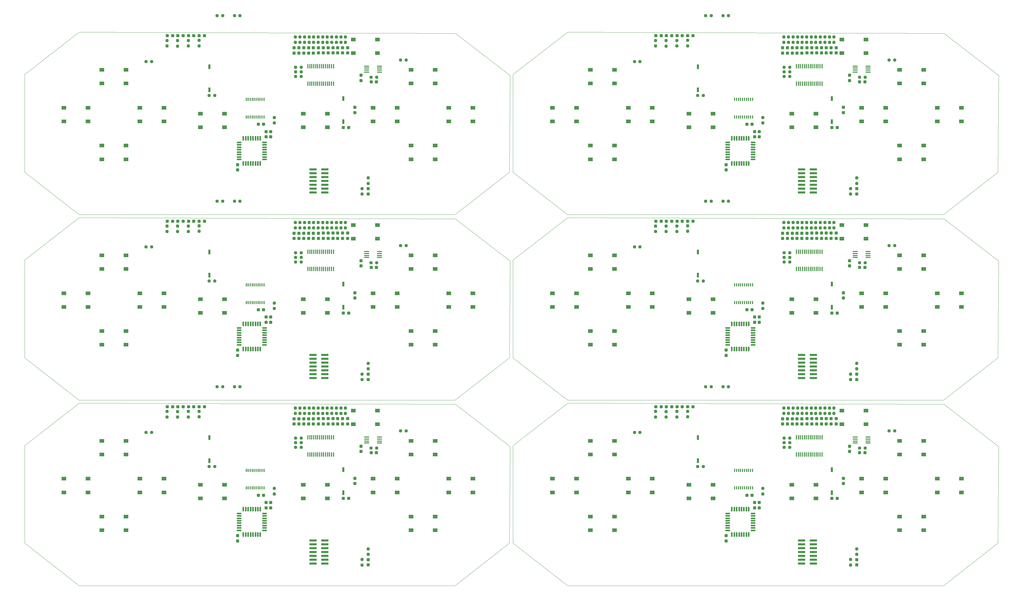
<source format=gbr>
%TF.GenerationSoftware,KiCad,Pcbnew,7.0.6-7.0.6~ubuntu20.04.1*%
%TF.CreationDate,2023-07-11T09:09:46+02:00*%
%TF.ProjectId,output_panel2023-07-11_070926.4017960000,6f757470-7574-45f7-9061-6e656c323032,rev?*%
%TF.SameCoordinates,Original*%
%TF.FileFunction,Paste,Top*%
%TF.FilePolarity,Positive*%
%FSLAX45Y45*%
G04 Gerber Fmt 4.5, Leading zero omitted, Abs format (unit mm)*
G04 Created by KiCad (PCBNEW 7.0.6-7.0.6~ubuntu20.04.1) date 2023-07-11 09:09:46*
%MOMM*%
%LPD*%
G01*
G04 APERTURE LIST*
G04 Aperture macros list*
%AMRoundRect*
0 Rectangle with rounded corners*
0 $1 Rounding radius*
0 $2 $3 $4 $5 $6 $7 $8 $9 X,Y pos of 4 corners*
0 Add a 4 corners polygon primitive as box body*
4,1,4,$2,$3,$4,$5,$6,$7,$8,$9,$2,$3,0*
0 Add four circle primitives for the rounded corners*
1,1,$1+$1,$2,$3*
1,1,$1+$1,$4,$5*
1,1,$1+$1,$6,$7*
1,1,$1+$1,$8,$9*
0 Add four rect primitives between the rounded corners*
20,1,$1+$1,$2,$3,$4,$5,0*
20,1,$1+$1,$4,$5,$6,$7,0*
20,1,$1+$1,$6,$7,$8,$9,0*
20,1,$1+$1,$8,$9,$2,$3,0*%
G04 Aperture macros list end*
%TA.AperFunction,Profile*%
%ADD10C,0.100000*%
%TD*%
%ADD11R,0.400000X1.000000*%
%ADD12RoundRect,0.237500X0.237500X-0.250000X0.237500X0.250000X-0.237500X0.250000X-0.237500X-0.250000X0*%
%ADD13RoundRect,0.237500X0.237500X-0.300000X0.237500X0.300000X-0.237500X0.300000X-0.237500X-0.300000X0*%
%ADD14R,1.550000X1.300000*%
%ADD15RoundRect,0.237500X-0.250000X-0.237500X0.250000X-0.237500X0.250000X0.237500X-0.250000X0.237500X0*%
%ADD16RoundRect,0.237500X0.250000X0.237500X-0.250000X0.237500X-0.250000X-0.237500X0.250000X-0.237500X0*%
%ADD17R,0.760000X1.600000*%
%ADD18RoundRect,0.237500X-0.237500X0.287500X-0.237500X-0.287500X0.237500X-0.287500X0.237500X0.287500X0*%
%ADD19RoundRect,0.237500X-0.287500X-0.237500X0.287500X-0.237500X0.287500X0.237500X-0.287500X0.237500X0*%
%ADD20RoundRect,0.237500X-0.237500X0.300000X-0.237500X-0.300000X0.237500X-0.300000X0.237500X0.300000X0*%
%ADD21RoundRect,0.237500X-0.237500X0.250000X-0.237500X-0.250000X0.237500X-0.250000X0.237500X0.250000X0*%
%ADD22RoundRect,0.100000X0.100000X-0.637500X0.100000X0.637500X-0.100000X0.637500X-0.100000X-0.637500X0*%
%ADD23RoundRect,0.237500X0.300000X0.237500X-0.300000X0.237500X-0.300000X-0.237500X0.300000X-0.237500X0*%
%ADD24RoundRect,0.237500X-0.300000X-0.237500X0.300000X-0.237500X0.300000X0.237500X-0.300000X0.237500X0*%
%ADD25RoundRect,0.125000X0.125000X-0.625000X0.125000X0.625000X-0.125000X0.625000X-0.125000X-0.625000X0*%
%ADD26RoundRect,0.125000X0.625000X-0.125000X0.625000X0.125000X-0.625000X0.125000X-0.625000X-0.125000X0*%
%ADD27RoundRect,0.100000X-0.712500X-0.100000X0.712500X-0.100000X0.712500X0.100000X-0.712500X0.100000X0*%
%ADD28R,2.400000X0.740000*%
G04 APERTURE END LIST*
D10*
X30389999Y-6209999D02*
X32189999Y-7599999D01*
X1850000Y-12289999D02*
X14270000Y-12329999D01*
X16050000Y-4670000D02*
X14250000Y-6070000D01*
X14250000Y-12189999D02*
X1850000Y-12189999D01*
X17969999Y-6169999D02*
X30389999Y-6209999D01*
X32189999Y-7599999D02*
X32169999Y-10789999D01*
X16169999Y-1450000D02*
X17969999Y-50000D01*
X17969999Y-18309999D02*
X16169999Y-16909999D01*
X1850000Y-12189999D02*
X50000Y-10789999D01*
X50000Y-16909999D02*
X50000Y-13689999D01*
X14270000Y-6209999D02*
X16070000Y-7599999D01*
X1850000Y-50000D02*
X14270000Y-90000D01*
X32189999Y-13719999D02*
X32169999Y-16909999D01*
X32169999Y-10789999D02*
X30369999Y-12189999D01*
X50000Y-1450000D02*
X1850000Y-50000D01*
X32169999Y-16909999D02*
X30369999Y-18309999D01*
X16169999Y-10789999D02*
X16169999Y-7569999D01*
X16070000Y-7599999D02*
X16050000Y-10789999D01*
X32169999Y-4670000D02*
X30369999Y-6070000D01*
X17969999Y-12289999D02*
X30389999Y-12329999D01*
X50000Y-7569999D02*
X1850000Y-6169999D01*
X16070000Y-13719999D02*
X16050000Y-16909999D01*
X30369999Y-18309999D02*
X17969999Y-18309999D01*
X14270000Y-90000D02*
X16070000Y-1480000D01*
X50000Y-10789999D02*
X50000Y-7569999D01*
X30369999Y-12189999D02*
X17969999Y-12189999D01*
X17969999Y-6070000D02*
X16169999Y-4670000D01*
X16050000Y-16909999D02*
X14250000Y-18309999D01*
X50000Y-4670000D02*
X50000Y-1450000D01*
X30389999Y-12329999D02*
X32189999Y-13719999D01*
X1850000Y-6169999D02*
X14270000Y-6209999D01*
X16050000Y-10789999D02*
X14250000Y-12189999D01*
X50000Y-13689999D02*
X1850000Y-12289999D01*
X14270000Y-12329999D02*
X16070000Y-13719999D01*
X30369999Y-6070000D02*
X17969999Y-6070000D01*
X1850000Y-6070000D02*
X50000Y-4670000D01*
X30389999Y-90000D02*
X32189999Y-1480000D01*
X32189999Y-1480000D02*
X32169999Y-4670000D01*
X1850000Y-18309999D02*
X50000Y-16909999D01*
X16169999Y-16909999D02*
X16169999Y-13689999D01*
X14250000Y-18309999D02*
X1850000Y-18309999D01*
X16169999Y-7569999D02*
X17969999Y-6169999D01*
X17969999Y-12189999D02*
X16169999Y-10789999D01*
X17969999Y-50000D02*
X30389999Y-90000D01*
X16169999Y-13689999D02*
X17969999Y-12289999D01*
X16070000Y-1480000D02*
X16050000Y-4670000D01*
X16169999Y-4670000D02*
X16169999Y-1450000D01*
X14250000Y-6070000D02*
X1850000Y-6070000D01*
D11*
X23484999Y-15089999D03*
X23549999Y-15089999D03*
X23614999Y-15089999D03*
X23679999Y-15089999D03*
X23744999Y-15089999D03*
X23809999Y-15089999D03*
X23874999Y-15089999D03*
X23939999Y-15089999D03*
X24004999Y-15089999D03*
X24069999Y-15089999D03*
X24069999Y-14509999D03*
X24004999Y-14509999D03*
X23939999Y-14509999D03*
X23874999Y-14509999D03*
X23809999Y-14509999D03*
X23744999Y-14509999D03*
X23679999Y-14509999D03*
X23614999Y-14509999D03*
X23549999Y-14509999D03*
X23484999Y-14509999D03*
D12*
X10040000Y-12632499D03*
X10040000Y-12449999D03*
D13*
X23200199Y-16835649D03*
X23200199Y-16663149D03*
D14*
X14052500Y-14784999D03*
X14847500Y-14784999D03*
X14052500Y-15234999D03*
X14847500Y-15234999D03*
D15*
X20178749Y-7139999D03*
X20361249Y-7139999D03*
D16*
X9178050Y-1359800D03*
X8995550Y-1359800D03*
D17*
X26686999Y-15247999D03*
X26686999Y-14485999D03*
D15*
X27604749Y-1537600D03*
X27787249Y-1537600D03*
X11484750Y-1537600D03*
X11667250Y-1537600D03*
D18*
X9262500Y-565000D03*
X9262500Y-740000D03*
D12*
X25259999Y-12632499D03*
X25259999Y-12449999D03*
D14*
X28922499Y-3795000D03*
X29717499Y-3795000D03*
X28922499Y-4245000D03*
X29717499Y-4245000D03*
D12*
X9290000Y-6512499D03*
X9290000Y-6329999D03*
D18*
X9422500Y-12804999D03*
X9422500Y-12979999D03*
D19*
X5112500Y-170000D03*
X5287500Y-170000D03*
D14*
X18722499Y-9914999D03*
X19517499Y-9914999D03*
X18722499Y-10364999D03*
X19517499Y-10364999D03*
D20*
X24139999Y-3330950D03*
X24139999Y-3503450D03*
D15*
X6407500Y-11749999D03*
X6590000Y-11749999D03*
D14*
X17472499Y-2545000D03*
X18267499Y-2545000D03*
X17472499Y-2995000D03*
X18267499Y-2995000D03*
D18*
X10547500Y-12802499D03*
X10547500Y-12977499D03*
D15*
X22263749Y-8259999D03*
X22446249Y-8259999D03*
D21*
X4752500Y-12566249D03*
X4752500Y-12748749D03*
D17*
X22269999Y-1951000D03*
X22269999Y-1189000D03*
D12*
X26309999Y-6512499D03*
X26309999Y-6329999D03*
D18*
X10710000Y-12802499D03*
X10710000Y-12977499D03*
D19*
X4762500Y-6289999D03*
X4937500Y-6289999D03*
D12*
X9740000Y-6512499D03*
X9740000Y-6329999D03*
D18*
X25864999Y-563750D03*
X25864999Y-738750D03*
D19*
X21232499Y-170000D03*
X21407499Y-170000D03*
D14*
X5852500Y-14984999D03*
X6647500Y-14984999D03*
X5852500Y-15434999D03*
X6647500Y-15434999D03*
D19*
X21232499Y-6289999D03*
X21407499Y-6289999D03*
D14*
X10902500Y-295000D03*
X11697500Y-295000D03*
X10902500Y-745000D03*
X11697500Y-745000D03*
D15*
X25115549Y-13752199D03*
X25298049Y-13752199D03*
D21*
X11390000Y-10978749D03*
X11390000Y-11161249D03*
D18*
X9745000Y-12803749D03*
X9745000Y-12978749D03*
D14*
X2602500Y-1295000D03*
X3397500Y-1295000D03*
X2602500Y-1745000D03*
X3397500Y-1745000D03*
D12*
X25709999Y-392500D03*
X25709999Y-210000D03*
X9890000Y-6512499D03*
X9890000Y-6329999D03*
X10190000Y-6512499D03*
X10190000Y-6329999D03*
X9590000Y-392500D03*
X9590000Y-210000D03*
X10490000Y-6512499D03*
X10490000Y-6329999D03*
D20*
X24292399Y-9450949D03*
X24292399Y-9623449D03*
D15*
X11484750Y-7657599D03*
X11667250Y-7657599D03*
D22*
X9400900Y-13987649D03*
X9465900Y-13987649D03*
X9530900Y-13987649D03*
X9595900Y-13987649D03*
X9660900Y-13987649D03*
X9725900Y-13987649D03*
X9790900Y-13987649D03*
X9855900Y-13987649D03*
X9920900Y-13987649D03*
X9985900Y-13987649D03*
X10050900Y-13987649D03*
X10115900Y-13987649D03*
X10180900Y-13987649D03*
X10245900Y-13987649D03*
X10245900Y-13415149D03*
X10180900Y-13415149D03*
X10115900Y-13415149D03*
X10050900Y-13415149D03*
X9985900Y-13415149D03*
X9920900Y-13415149D03*
X9855900Y-13415149D03*
X9790900Y-13415149D03*
X9725900Y-13415149D03*
X9660900Y-13415149D03*
X9595900Y-13415149D03*
X9530900Y-13415149D03*
X9465900Y-13415149D03*
X9400900Y-13415149D03*
D18*
X10227500Y-562500D03*
X10227500Y-737500D03*
D20*
X11390000Y-5217500D03*
X11390000Y-5390000D03*
D12*
X9740000Y-392500D03*
X9740000Y-210000D03*
D20*
X10949500Y-14771999D03*
X10949500Y-14944499D03*
D15*
X6143750Y-2140000D03*
X6326250Y-2140000D03*
D14*
X30172499Y-8664999D03*
X30967499Y-8664999D03*
X30172499Y-9114999D03*
X30967499Y-9114999D03*
D19*
X5462500Y-6289999D03*
X5637500Y-6289999D03*
D21*
X21222499Y-328750D03*
X21222499Y-511250D03*
D20*
X24292399Y-15570949D03*
X24292399Y-15743449D03*
D12*
X9590000Y-12632499D03*
X9590000Y-12449999D03*
D23*
X24056249Y-3090000D03*
X23883749Y-3090000D03*
D20*
X8020000Y-3330950D03*
X8020000Y-3503450D03*
D21*
X5102500Y-328750D03*
X5102500Y-511250D03*
D14*
X5852500Y-2745000D03*
X6647500Y-2745000D03*
X5852500Y-3195000D03*
X6647500Y-3195000D03*
D20*
X8020000Y-9450949D03*
X8020000Y-9623449D03*
D18*
X9582500Y-565000D03*
X9582500Y-740000D03*
X9102500Y-565000D03*
X9102500Y-740000D03*
D14*
X11552500Y-8664999D03*
X12347500Y-8664999D03*
X11552500Y-9114999D03*
X12347500Y-9114999D03*
D18*
X25542499Y-6684999D03*
X25542499Y-6859999D03*
D12*
X25259999Y-392500D03*
X25259999Y-210000D03*
D18*
X25222499Y-565000D03*
X25222499Y-740000D03*
D17*
X6150000Y-14190999D03*
X6150000Y-13428999D03*
D14*
X2602500Y-7414999D03*
X3397500Y-7414999D03*
X2602500Y-7864999D03*
X3397500Y-7864999D03*
D15*
X25115549Y-1512200D03*
X25298049Y-1512200D03*
D18*
X26667499Y-12802499D03*
X26667499Y-12977499D03*
D12*
X26609999Y-392500D03*
X26609999Y-210000D03*
D21*
X21574999Y-12566249D03*
X21574999Y-12748749D03*
D18*
X25062499Y-565000D03*
X25062499Y-740000D03*
D15*
X20178749Y-1020000D03*
X20361249Y-1020000D03*
D18*
X10547500Y-6682499D03*
X10547500Y-6857499D03*
D12*
X26759999Y-12632499D03*
X26759999Y-12449999D03*
D18*
X9422500Y-6684999D03*
X9422500Y-6859999D03*
D14*
X19972499Y-8664999D03*
X20767499Y-8664999D03*
X19972499Y-9114999D03*
X20767499Y-9114999D03*
D21*
X11190000Y-11332499D03*
X11190000Y-11514999D03*
D20*
X27509999Y-17457499D03*
X27509999Y-17629999D03*
D18*
X25382499Y-565000D03*
X25382499Y-740000D03*
D22*
X9400900Y-7867649D03*
X9465900Y-7867649D03*
X9530900Y-7867649D03*
X9595900Y-7867649D03*
X9660900Y-7867649D03*
X9725900Y-7867649D03*
X9790900Y-7867649D03*
X9855900Y-7867649D03*
X9920900Y-7867649D03*
X9985900Y-7867649D03*
X10050900Y-7867649D03*
X10115900Y-7867649D03*
X10180900Y-7867649D03*
X10245900Y-7867649D03*
X10245900Y-7295149D03*
X10180900Y-7295149D03*
X10115900Y-7295149D03*
X10050900Y-7295149D03*
X9985900Y-7295149D03*
X9920900Y-7295149D03*
X9855900Y-7295149D03*
X9790900Y-7295149D03*
X9725900Y-7295149D03*
X9660900Y-7295149D03*
X9595900Y-7295149D03*
X9530900Y-7295149D03*
X9465900Y-7295149D03*
X9400900Y-7295149D03*
D19*
X27608499Y-13929999D03*
X27783499Y-13929999D03*
D15*
X6978750Y-11749999D03*
X7161250Y-11749999D03*
D18*
X26829999Y-12802499D03*
X26829999Y-12977499D03*
D21*
X5810000Y-6441249D03*
X5810000Y-6623749D03*
D24*
X10573250Y-15436999D03*
X10745750Y-15436999D03*
D12*
X25259999Y-6512499D03*
X25259999Y-6329999D03*
X26159999Y-392500D03*
X26159999Y-210000D03*
D18*
X10387500Y-6682499D03*
X10387500Y-6857499D03*
D11*
X23484999Y-8969999D03*
X23549999Y-8969999D03*
X23614999Y-8969999D03*
X23679999Y-8969999D03*
X23744999Y-8969999D03*
X23809999Y-8969999D03*
X23874999Y-8969999D03*
X23939999Y-8969999D03*
X24004999Y-8969999D03*
X24069999Y-8969999D03*
X24069999Y-8389999D03*
X24004999Y-8389999D03*
X23939999Y-8389999D03*
X23874999Y-8389999D03*
X23809999Y-8389999D03*
X23744999Y-8389999D03*
X23679999Y-8389999D03*
X23614999Y-8389999D03*
X23549999Y-8389999D03*
X23484999Y-8389999D03*
D12*
X25859999Y-12632499D03*
X25859999Y-12449999D03*
D18*
X8942500Y-12804999D03*
X8942500Y-12979999D03*
D21*
X5455000Y-6446249D03*
X5455000Y-6628749D03*
D17*
X10567000Y-9127999D03*
X10567000Y-8365999D03*
D25*
X7270000Y-16627499D03*
X7350000Y-16627499D03*
X7430000Y-16627499D03*
X7510000Y-16627499D03*
X7590000Y-16627499D03*
X7670000Y-16627499D03*
X7750000Y-16627499D03*
X7830000Y-16627499D03*
D26*
X7967500Y-16489999D03*
X7967500Y-16409999D03*
X7967500Y-16329999D03*
X7967500Y-16249999D03*
X7967500Y-16169999D03*
X7967500Y-16089999D03*
X7967500Y-16009999D03*
X7967500Y-15929999D03*
D25*
X7830000Y-15792499D03*
X7750000Y-15792499D03*
X7670000Y-15792499D03*
X7590000Y-15792499D03*
X7510000Y-15792499D03*
X7430000Y-15792499D03*
X7350000Y-15792499D03*
X7270000Y-15792499D03*
D26*
X7132500Y-15929999D03*
X7132500Y-16009999D03*
X7132500Y-16089999D03*
X7132500Y-16169999D03*
X7132500Y-16249999D03*
X7132500Y-16329999D03*
X7132500Y-16409999D03*
X7132500Y-16489999D03*
D12*
X9890000Y-12632499D03*
X9890000Y-12449999D03*
D21*
X27309999Y-17452499D03*
X27309999Y-17634999D03*
D20*
X27274999Y-1473750D03*
X27274999Y-1646250D03*
D18*
X9262500Y-12804999D03*
X9262500Y-12979999D03*
D12*
X25409999Y-392500D03*
X25409999Y-210000D03*
X26009999Y-392500D03*
X26009999Y-210000D03*
D18*
X26347499Y-12802499D03*
X26347499Y-12977499D03*
D23*
X7936250Y-9209999D03*
X7763750Y-9209999D03*
D14*
X27022499Y-6414999D03*
X27817499Y-6414999D03*
X27022499Y-6864999D03*
X27817499Y-6864999D03*
X27672499Y-14784999D03*
X28467499Y-14784999D03*
X27672499Y-15234999D03*
X28467499Y-15234999D03*
D15*
X6143750Y-14379999D03*
X6326250Y-14379999D03*
D12*
X26459999Y-392500D03*
X26459999Y-210000D03*
X10040000Y-6512499D03*
X10040000Y-6329999D03*
D22*
X25520899Y-7867649D03*
X25585899Y-7867649D03*
X25650899Y-7867649D03*
X25715899Y-7867649D03*
X25780899Y-7867649D03*
X25845899Y-7867649D03*
X25910899Y-7867649D03*
X25975899Y-7867649D03*
X26040899Y-7867649D03*
X26105899Y-7867649D03*
X26170899Y-7867649D03*
X26235899Y-7867649D03*
X26300899Y-7867649D03*
X26365899Y-7867649D03*
X26365899Y-7295149D03*
X26300899Y-7295149D03*
X26235899Y-7295149D03*
X26170899Y-7295149D03*
X26105899Y-7295149D03*
X26040899Y-7295149D03*
X25975899Y-7295149D03*
X25910899Y-7295149D03*
X25845899Y-7295149D03*
X25780899Y-7295149D03*
X25715899Y-7295149D03*
X25650899Y-7295149D03*
X25585899Y-7295149D03*
X25520899Y-7295149D03*
D18*
X25222499Y-12804999D03*
X25222499Y-12979999D03*
D24*
X10573250Y-3197000D03*
X10745750Y-3197000D03*
D14*
X3852500Y-14784999D03*
X4647500Y-14784999D03*
X3852500Y-15234999D03*
X4647500Y-15234999D03*
D18*
X25864999Y-12803749D03*
X25864999Y-12978749D03*
D12*
X25109999Y-12632499D03*
X25109999Y-12449999D03*
D13*
X7080200Y-10715649D03*
X7080200Y-10543149D03*
D19*
X21932499Y-170000D03*
X22107499Y-170000D03*
D25*
X23389999Y-4387500D03*
X23469999Y-4387500D03*
X23549999Y-4387500D03*
X23629999Y-4387500D03*
X23709999Y-4387500D03*
X23789999Y-4387500D03*
X23869999Y-4387500D03*
X23949999Y-4387500D03*
D26*
X24087499Y-4250000D03*
X24087499Y-4170000D03*
X24087499Y-4090000D03*
X24087499Y-4010000D03*
X24087499Y-3930000D03*
X24087499Y-3850000D03*
X24087499Y-3770000D03*
X24087499Y-3690000D03*
D25*
X23949999Y-3552500D03*
X23869999Y-3552500D03*
X23789999Y-3552500D03*
X23709999Y-3552500D03*
X23629999Y-3552500D03*
X23549999Y-3552500D03*
X23469999Y-3552500D03*
X23389999Y-3552500D03*
D26*
X23252499Y-3690000D03*
X23252499Y-3770000D03*
X23252499Y-3850000D03*
X23252499Y-3930000D03*
X23252499Y-4010000D03*
X23252499Y-4090000D03*
X23252499Y-4170000D03*
X23252499Y-4250000D03*
D11*
X7365000Y-2850000D03*
X7430000Y-2850000D03*
X7495000Y-2850000D03*
X7560000Y-2850000D03*
X7625000Y-2850000D03*
X7690000Y-2850000D03*
X7755000Y-2850000D03*
X7820000Y-2850000D03*
X7885000Y-2850000D03*
X7950000Y-2850000D03*
X7950000Y-2270000D03*
X7885000Y-2270000D03*
X7820000Y-2270000D03*
X7755000Y-2270000D03*
X7690000Y-2270000D03*
X7625000Y-2270000D03*
X7560000Y-2270000D03*
X7495000Y-2270000D03*
X7430000Y-2270000D03*
X7365000Y-2270000D03*
D12*
X25559999Y-392500D03*
X25559999Y-210000D03*
D18*
X25062499Y-6684999D03*
X25062499Y-6859999D03*
D12*
X24409999Y-15289999D03*
X24409999Y-15107499D03*
D18*
X25702499Y-12804999D03*
X25702499Y-12979999D03*
D16*
X25298049Y-13447399D03*
X25115549Y-13447399D03*
D21*
X21222499Y-12568749D03*
X21222499Y-12751249D03*
D20*
X27509999Y-5217500D03*
X27509999Y-5390000D03*
D19*
X11488500Y-13929999D03*
X11663500Y-13929999D03*
D21*
X20872499Y-12566249D03*
X20872499Y-12748749D03*
D20*
X11390000Y-17457499D03*
X11390000Y-17629999D03*
D14*
X27022499Y-12534999D03*
X27817499Y-12534999D03*
X27022499Y-12984999D03*
X27817499Y-12984999D03*
D18*
X9422500Y-565000D03*
X9422500Y-740000D03*
D20*
X24139999Y-9450949D03*
X24139999Y-9623449D03*
D12*
X9890000Y-392500D03*
X9890000Y-210000D03*
X25859999Y-6512499D03*
X25859999Y-6329999D03*
D14*
X2602500Y-16034999D03*
X3397500Y-16034999D03*
X2602500Y-16484999D03*
X3397500Y-16484999D03*
D27*
X27458749Y-1172500D03*
X27458749Y-1237500D03*
X27458749Y-1302500D03*
X27458749Y-1367500D03*
X27881249Y-1367500D03*
X27881249Y-1302500D03*
X27881249Y-1237500D03*
X27881249Y-1172500D03*
D12*
X10640000Y-392500D03*
X10640000Y-210000D03*
D15*
X27604749Y-7657599D03*
X27787249Y-7657599D03*
D20*
X8172400Y-3330950D03*
X8172400Y-3503450D03*
D15*
X23098749Y-5629999D03*
X23281249Y-5629999D03*
D12*
X10640000Y-12632499D03*
X10640000Y-12449999D03*
D22*
X25520899Y-1747650D03*
X25585899Y-1747650D03*
X25650899Y-1747650D03*
X25715899Y-1747650D03*
X25780899Y-1747650D03*
X25845899Y-1747650D03*
X25910899Y-1747650D03*
X25975899Y-1747650D03*
X26040899Y-1747650D03*
X26105899Y-1747650D03*
X26170899Y-1747650D03*
X26235899Y-1747650D03*
X26300899Y-1747650D03*
X26365899Y-1747650D03*
X26365899Y-1175150D03*
X26300899Y-1175150D03*
X26235899Y-1175150D03*
X26170899Y-1175150D03*
X26105899Y-1175150D03*
X26040899Y-1175150D03*
X25975899Y-1175150D03*
X25910899Y-1175150D03*
X25845899Y-1175150D03*
X25780899Y-1175150D03*
X25715899Y-1175150D03*
X25650899Y-1175150D03*
X25585899Y-1175150D03*
X25520899Y-1175150D03*
D12*
X25109999Y-392500D03*
X25109999Y-210000D03*
D15*
X11484750Y-13777599D03*
X11667250Y-13777599D03*
D19*
X21582499Y-6289999D03*
X21757499Y-6289999D03*
D21*
X21574999Y-6446249D03*
X21574999Y-6628749D03*
D14*
X28922499Y-1295000D03*
X29717499Y-1295000D03*
X28922499Y-1745000D03*
X29717499Y-1745000D03*
D21*
X21574999Y-326250D03*
X21574999Y-508750D03*
D15*
X27604749Y-13777599D03*
X27787249Y-13777599D03*
D20*
X27069499Y-2532000D03*
X27069499Y-2704500D03*
D14*
X1352500Y-14784999D03*
X2147500Y-14784999D03*
X1352500Y-15234999D03*
X2147500Y-15234999D03*
D15*
X4058750Y-1020000D03*
X4241250Y-1020000D03*
D19*
X20882499Y-170000D03*
X21057499Y-170000D03*
D22*
X9400900Y-1747650D03*
X9465900Y-1747650D03*
X9530900Y-1747650D03*
X9595900Y-1747650D03*
X9660900Y-1747650D03*
X9725900Y-1747650D03*
X9790900Y-1747650D03*
X9855900Y-1747650D03*
X9920900Y-1747650D03*
X9985900Y-1747650D03*
X10050900Y-1747650D03*
X10115900Y-1747650D03*
X10180900Y-1747650D03*
X10245900Y-1747650D03*
X10245900Y-1175150D03*
X10180900Y-1175150D03*
X10115900Y-1175150D03*
X10050900Y-1175150D03*
X9985900Y-1175150D03*
X9920900Y-1175150D03*
X9855900Y-1175150D03*
X9790900Y-1175150D03*
X9725900Y-1175150D03*
X9660900Y-1175150D03*
X9595900Y-1175150D03*
X9530900Y-1175150D03*
X9465900Y-1175150D03*
X9400900Y-1175150D03*
D18*
X9907500Y-6682499D03*
X9907500Y-6857499D03*
D20*
X27274999Y-13713749D03*
X27274999Y-13886249D03*
D11*
X7365000Y-15089999D03*
X7430000Y-15089999D03*
X7495000Y-15089999D03*
X7560000Y-15089999D03*
X7625000Y-15089999D03*
X7690000Y-15089999D03*
X7755000Y-15089999D03*
X7820000Y-15089999D03*
X7885000Y-15089999D03*
X7950000Y-15089999D03*
X7950000Y-14509999D03*
X7885000Y-14509999D03*
X7820000Y-14509999D03*
X7755000Y-14509999D03*
X7690000Y-14509999D03*
X7625000Y-14509999D03*
X7560000Y-14509999D03*
X7495000Y-14509999D03*
X7430000Y-14509999D03*
X7365000Y-14509999D03*
D14*
X11552500Y-14784999D03*
X12347500Y-14784999D03*
X11552500Y-15234999D03*
X12347500Y-15234999D03*
D15*
X4058750Y-7139999D03*
X4241250Y-7139999D03*
D18*
X26347499Y-562500D03*
X26347499Y-737500D03*
X26667499Y-562500D03*
X26667499Y-737500D03*
D16*
X9178050Y-7479799D03*
X8995550Y-7479799D03*
X25298049Y-7479799D03*
X25115549Y-7479799D03*
D24*
X26693249Y-3197000D03*
X26865749Y-3197000D03*
D28*
X25687499Y-16822999D03*
X26077499Y-16822999D03*
X25687499Y-16949999D03*
X26077499Y-16949999D03*
X25687499Y-17076999D03*
X26077499Y-17076999D03*
X25687499Y-17203999D03*
X26077499Y-17203999D03*
X25687499Y-17330999D03*
X26077499Y-17330999D03*
X25687499Y-17457999D03*
X26077499Y-17457999D03*
X25687499Y-17584999D03*
X26077499Y-17584999D03*
D18*
X26507499Y-6682499D03*
X26507499Y-6857499D03*
D12*
X10340000Y-392500D03*
X10340000Y-210000D03*
D16*
X9178050Y-7327399D03*
X8995550Y-7327399D03*
D13*
X7080200Y-4595650D03*
X7080200Y-4423150D03*
D12*
X10490000Y-12632499D03*
X10490000Y-12449999D03*
D14*
X9252500Y-2745000D03*
X10047500Y-2745000D03*
X9252500Y-3195000D03*
X10047500Y-3195000D03*
X28922499Y-13534999D03*
X29717499Y-13534999D03*
X28922499Y-13984999D03*
X29717499Y-13984999D03*
D15*
X4058750Y-13259999D03*
X4241250Y-13259999D03*
X6978750Y-5629999D03*
X7161250Y-5629999D03*
D14*
X17472499Y-8664999D03*
X18267499Y-8664999D03*
X17472499Y-9114999D03*
X18267499Y-9114999D03*
D15*
X22263749Y-14379999D03*
X22446249Y-14379999D03*
D20*
X27069499Y-8651999D03*
X27069499Y-8824499D03*
D18*
X10067500Y-562500D03*
X10067500Y-737500D03*
D12*
X10340000Y-12632499D03*
X10340000Y-12449999D03*
D19*
X21232499Y-12409999D03*
X21407499Y-12409999D03*
X21582499Y-12409999D03*
X21757499Y-12409999D03*
D18*
X25222499Y-6684999D03*
X25222499Y-6859999D03*
D17*
X6150000Y-1951000D03*
X6150000Y-1189000D03*
D12*
X8290000Y-15289999D03*
X8290000Y-15107499D03*
D15*
X8995550Y-7632199D03*
X9178050Y-7632199D03*
D12*
X25409999Y-12632499D03*
X25409999Y-12449999D03*
D21*
X11390000Y-4858750D03*
X11390000Y-5041250D03*
D17*
X6150000Y-8070999D03*
X6150000Y-7308999D03*
D18*
X26829999Y-6682499D03*
X26829999Y-6857499D03*
D12*
X25409999Y-6512499D03*
X25409999Y-6329999D03*
D27*
X27458749Y-7292499D03*
X27458749Y-7357499D03*
X27458749Y-7422499D03*
X27458749Y-7487499D03*
X27881249Y-7487499D03*
X27881249Y-7422499D03*
X27881249Y-7357499D03*
X27881249Y-7292499D03*
D28*
X25687499Y-10702999D03*
X26077499Y-10702999D03*
X25687499Y-10829999D03*
X26077499Y-10829999D03*
X25687499Y-10956999D03*
X26077499Y-10956999D03*
X25687499Y-11083999D03*
X26077499Y-11083999D03*
X25687499Y-11210999D03*
X26077499Y-11210999D03*
X25687499Y-11337999D03*
X26077499Y-11337999D03*
X25687499Y-11464999D03*
X26077499Y-11464999D03*
D12*
X26609999Y-12632499D03*
X26609999Y-12449999D03*
D18*
X10710000Y-6682499D03*
X10710000Y-6857499D03*
D19*
X21932499Y-6289999D03*
X22107499Y-6289999D03*
D15*
X22527499Y-5629999D03*
X22709999Y-5629999D03*
D19*
X5812500Y-6289999D03*
X5987500Y-6289999D03*
D21*
X5455000Y-326250D03*
X5455000Y-508750D03*
D14*
X1352500Y-2545000D03*
X2147500Y-2545000D03*
X1352500Y-2995000D03*
X2147500Y-2995000D03*
D18*
X8942500Y-565000D03*
X8942500Y-740000D03*
D12*
X25559999Y-6512499D03*
X25559999Y-6329999D03*
D14*
X3852500Y-2545000D03*
X4647500Y-2545000D03*
X3852500Y-2995000D03*
X4647500Y-2995000D03*
D18*
X9907500Y-12802499D03*
X9907500Y-12977499D03*
D14*
X2602500Y-9914999D03*
X3397500Y-9914999D03*
X2602500Y-10364999D03*
X3397500Y-10364999D03*
D18*
X26829999Y-562500D03*
X26829999Y-737500D03*
X10227500Y-6682499D03*
X10227500Y-6857499D03*
D12*
X9290000Y-12632499D03*
X9290000Y-12449999D03*
D25*
X7270000Y-4387500D03*
X7350000Y-4387500D03*
X7430000Y-4387500D03*
X7510000Y-4387500D03*
X7590000Y-4387500D03*
X7670000Y-4387500D03*
X7750000Y-4387500D03*
X7830000Y-4387500D03*
D26*
X7967500Y-4250000D03*
X7967500Y-4170000D03*
X7967500Y-4090000D03*
X7967500Y-4010000D03*
X7967500Y-3930000D03*
X7967500Y-3850000D03*
X7967500Y-3770000D03*
X7967500Y-3690000D03*
D25*
X7830000Y-3552500D03*
X7750000Y-3552500D03*
X7670000Y-3552500D03*
X7590000Y-3552500D03*
X7510000Y-3552500D03*
X7430000Y-3552500D03*
X7350000Y-3552500D03*
X7270000Y-3552500D03*
D26*
X7132500Y-3690000D03*
X7132500Y-3770000D03*
X7132500Y-3850000D03*
X7132500Y-3930000D03*
X7132500Y-4010000D03*
X7132500Y-4090000D03*
X7132500Y-4170000D03*
X7132500Y-4250000D03*
D14*
X18722499Y-1295000D03*
X19517499Y-1295000D03*
X18722499Y-1745000D03*
X19517499Y-1745000D03*
D12*
X26009999Y-12632499D03*
X26009999Y-12449999D03*
D14*
X5852500Y-8864999D03*
X6647500Y-8864999D03*
X5852500Y-9314999D03*
X6647500Y-9314999D03*
D18*
X26187499Y-6682499D03*
X26187499Y-6857499D03*
D15*
X28578749Y-970000D03*
X28761249Y-970000D03*
D16*
X9178050Y-1207400D03*
X8995550Y-1207400D03*
D21*
X20872499Y-6446249D03*
X20872499Y-6628749D03*
D14*
X27672499Y-8664999D03*
X28467499Y-8664999D03*
X27672499Y-9114999D03*
X28467499Y-9114999D03*
D15*
X28578749Y-7089999D03*
X28761249Y-7089999D03*
D12*
X25859999Y-392500D03*
X25859999Y-210000D03*
D18*
X10387500Y-12802499D03*
X10387500Y-12977499D03*
D21*
X5810000Y-321250D03*
X5810000Y-503750D03*
D27*
X11338750Y-1172500D03*
X11338750Y-1237500D03*
X11338750Y-1302500D03*
X11338750Y-1367500D03*
X11761250Y-1367500D03*
X11761250Y-1302500D03*
X11761250Y-1237500D03*
X11761250Y-1172500D03*
D19*
X5462500Y-12409999D03*
X5637500Y-12409999D03*
D15*
X6143750Y-8259999D03*
X6326250Y-8259999D03*
D21*
X21929999Y-6441249D03*
X21929999Y-6623749D03*
D28*
X25687499Y-4583000D03*
X26077499Y-4583000D03*
X25687499Y-4710000D03*
X26077499Y-4710000D03*
X25687499Y-4837000D03*
X26077499Y-4837000D03*
X25687499Y-4964000D03*
X26077499Y-4964000D03*
X25687499Y-5091000D03*
X26077499Y-5091000D03*
X25687499Y-5218000D03*
X26077499Y-5218000D03*
X25687499Y-5345000D03*
X26077499Y-5345000D03*
D14*
X14052500Y-2545000D03*
X14847500Y-2545000D03*
X14052500Y-2995000D03*
X14847500Y-2995000D03*
D25*
X23389999Y-16627499D03*
X23469999Y-16627499D03*
X23549999Y-16627499D03*
X23629999Y-16627499D03*
X23709999Y-16627499D03*
X23789999Y-16627499D03*
X23869999Y-16627499D03*
X23949999Y-16627499D03*
D26*
X24087499Y-16489999D03*
X24087499Y-16409999D03*
X24087499Y-16329999D03*
X24087499Y-16249999D03*
X24087499Y-16169999D03*
X24087499Y-16089999D03*
X24087499Y-16009999D03*
X24087499Y-15929999D03*
D25*
X23949999Y-15792499D03*
X23869999Y-15792499D03*
X23789999Y-15792499D03*
X23709999Y-15792499D03*
X23629999Y-15792499D03*
X23549999Y-15792499D03*
X23469999Y-15792499D03*
X23389999Y-15792499D03*
D26*
X23252499Y-15929999D03*
X23252499Y-16009999D03*
X23252499Y-16089999D03*
X23252499Y-16169999D03*
X23252499Y-16249999D03*
X23252499Y-16329999D03*
X23252499Y-16409999D03*
X23252499Y-16489999D03*
D18*
X10710000Y-562500D03*
X10710000Y-737500D03*
D12*
X9140000Y-392500D03*
X9140000Y-210000D03*
D14*
X28922499Y-9914999D03*
X29717499Y-9914999D03*
X28922499Y-10364999D03*
X29717499Y-10364999D03*
D18*
X25542499Y-565000D03*
X25542499Y-740000D03*
D14*
X25372499Y-14984999D03*
X26167499Y-14984999D03*
X25372499Y-15434999D03*
X26167499Y-15434999D03*
D23*
X24056249Y-9209999D03*
X23883749Y-9209999D03*
D14*
X18722499Y-13534999D03*
X19517499Y-13534999D03*
X18722499Y-13984999D03*
X19517499Y-13984999D03*
D15*
X23098749Y-11749999D03*
X23281249Y-11749999D03*
D18*
X10227500Y-12802499D03*
X10227500Y-12977499D03*
D14*
X21972499Y-8864999D03*
X22767499Y-8864999D03*
X21972499Y-9314999D03*
X22767499Y-9314999D03*
D19*
X20882499Y-6289999D03*
X21057499Y-6289999D03*
D14*
X17472499Y-14784999D03*
X18267499Y-14784999D03*
X17472499Y-15234999D03*
X18267499Y-15234999D03*
D16*
X25298049Y-1207400D03*
X25115549Y-1207400D03*
D20*
X11155000Y-7593749D03*
X11155000Y-7766249D03*
D18*
X25382499Y-6684999D03*
X25382499Y-6859999D03*
D12*
X26459999Y-6512499D03*
X26459999Y-6329999D03*
X9440000Y-12632499D03*
X9440000Y-12449999D03*
D14*
X30172499Y-14784999D03*
X30967499Y-14784999D03*
X30172499Y-15234999D03*
X30967499Y-15234999D03*
D25*
X23389999Y-10507499D03*
X23469999Y-10507499D03*
X23549999Y-10507499D03*
X23629999Y-10507499D03*
X23709999Y-10507499D03*
X23789999Y-10507499D03*
X23869999Y-10507499D03*
X23949999Y-10507499D03*
D26*
X24087499Y-10369999D03*
X24087499Y-10289999D03*
X24087499Y-10209999D03*
X24087499Y-10129999D03*
X24087499Y-10049999D03*
X24087499Y-9969999D03*
X24087499Y-9889999D03*
X24087499Y-9809999D03*
D25*
X23949999Y-9672499D03*
X23869999Y-9672499D03*
X23789999Y-9672499D03*
X23709999Y-9672499D03*
X23629999Y-9672499D03*
X23549999Y-9672499D03*
X23469999Y-9672499D03*
X23389999Y-9672499D03*
D26*
X23252499Y-9809999D03*
X23252499Y-9889999D03*
X23252499Y-9969999D03*
X23252499Y-10049999D03*
X23252499Y-10129999D03*
X23252499Y-10209999D03*
X23252499Y-10289999D03*
X23252499Y-10369999D03*
D18*
X25702499Y-565000D03*
X25702499Y-740000D03*
D14*
X19972499Y-14784999D03*
X20767499Y-14784999D03*
X19972499Y-15234999D03*
X20767499Y-15234999D03*
D27*
X11338750Y-7292499D03*
X11338750Y-7357499D03*
X11338750Y-7422499D03*
X11338750Y-7487499D03*
X11761250Y-7487499D03*
X11761250Y-7422499D03*
X11761250Y-7357499D03*
X11761250Y-7292499D03*
D18*
X26507499Y-562500D03*
X26507499Y-737500D03*
D14*
X27672499Y-2545000D03*
X28467499Y-2545000D03*
X27672499Y-2995000D03*
X28467499Y-2995000D03*
D25*
X7270000Y-10507499D03*
X7350000Y-10507499D03*
X7430000Y-10507499D03*
X7510000Y-10507499D03*
X7590000Y-10507499D03*
X7670000Y-10507499D03*
X7750000Y-10507499D03*
X7830000Y-10507499D03*
D26*
X7967500Y-10369999D03*
X7967500Y-10289999D03*
X7967500Y-10209999D03*
X7967500Y-10129999D03*
X7967500Y-10049999D03*
X7967500Y-9969999D03*
X7967500Y-9889999D03*
X7967500Y-9809999D03*
D25*
X7830000Y-9672499D03*
X7750000Y-9672499D03*
X7670000Y-9672499D03*
X7590000Y-9672499D03*
X7510000Y-9672499D03*
X7430000Y-9672499D03*
X7350000Y-9672499D03*
X7270000Y-9672499D03*
D26*
X7132500Y-9809999D03*
X7132500Y-9889999D03*
X7132500Y-9969999D03*
X7132500Y-10049999D03*
X7132500Y-10129999D03*
X7132500Y-10209999D03*
X7132500Y-10289999D03*
X7132500Y-10369999D03*
D18*
X10387500Y-562500D03*
X10387500Y-737500D03*
D20*
X8020000Y-15570949D03*
X8020000Y-15743449D03*
D12*
X9140000Y-6512499D03*
X9140000Y-6329999D03*
D18*
X25542499Y-12804999D03*
X25542499Y-12979999D03*
X9102500Y-12804999D03*
X9102500Y-12979999D03*
X25382499Y-12804999D03*
X25382499Y-12979999D03*
X10067500Y-6682499D03*
X10067500Y-6857499D03*
D12*
X10340000Y-6512499D03*
X10340000Y-6329999D03*
D15*
X22527499Y-11749999D03*
X22709999Y-11749999D03*
X23098749Y490000D03*
X23281249Y490000D03*
D19*
X5112500Y-6289999D03*
X5287500Y-6289999D03*
D12*
X8290000Y-3050000D03*
X8290000Y-2867500D03*
D20*
X24139999Y-15570949D03*
X24139999Y-15743449D03*
D18*
X26187499Y-12802499D03*
X26187499Y-12977499D03*
D21*
X5102500Y-6448749D03*
X5102500Y-6631249D03*
D15*
X12458750Y-7089999D03*
X12641250Y-7089999D03*
D20*
X10949500Y-2532000D03*
X10949500Y-2704500D03*
D19*
X5812500Y-12409999D03*
X5987500Y-12409999D03*
D23*
X7936250Y-15329999D03*
X7763750Y-15329999D03*
D14*
X10902500Y-6414999D03*
X11697500Y-6414999D03*
X10902500Y-6864999D03*
X11697500Y-6864999D03*
D12*
X8290000Y-9169999D03*
X8290000Y-8987499D03*
D20*
X27274999Y-7593749D03*
X27274999Y-7766249D03*
D12*
X9290000Y-392500D03*
X9290000Y-210000D03*
X26309999Y-12632499D03*
X26309999Y-12449999D03*
X9440000Y-6512499D03*
X9440000Y-6329999D03*
D11*
X23484999Y-2850000D03*
X23549999Y-2850000D03*
X23614999Y-2850000D03*
X23679999Y-2850000D03*
X23744999Y-2850000D03*
X23809999Y-2850000D03*
X23874999Y-2850000D03*
X23939999Y-2850000D03*
X24004999Y-2850000D03*
X24069999Y-2850000D03*
X24069999Y-2270000D03*
X24004999Y-2270000D03*
X23939999Y-2270000D03*
X23874999Y-2270000D03*
X23809999Y-2270000D03*
X23744999Y-2270000D03*
X23679999Y-2270000D03*
X23614999Y-2270000D03*
X23549999Y-2270000D03*
X23484999Y-2270000D03*
D17*
X10567000Y-3008000D03*
X10567000Y-2246000D03*
X22269999Y-8070999D03*
X22269999Y-7308999D03*
D23*
X24056249Y-15329999D03*
X23883749Y-15329999D03*
D13*
X23200199Y-10715649D03*
X23200199Y-10543149D03*
D15*
X6407500Y-5629999D03*
X6590000Y-5629999D03*
D14*
X30172499Y-2545000D03*
X30967499Y-2545000D03*
X30172499Y-2995000D03*
X30967499Y-2995000D03*
D18*
X9262500Y-6684999D03*
X9262500Y-6859999D03*
X26027499Y-12802499D03*
X26027499Y-12977499D03*
D19*
X4762500Y-12409999D03*
X4937500Y-12409999D03*
D14*
X25372499Y-8864999D03*
X26167499Y-8864999D03*
X25372499Y-9314999D03*
X26167499Y-9314999D03*
D24*
X10573250Y-9316999D03*
X10745750Y-9316999D03*
D14*
X11552500Y-2545000D03*
X12347500Y-2545000D03*
X11552500Y-2995000D03*
X12347500Y-2995000D03*
D19*
X11488500Y-1690000D03*
X11663500Y-1690000D03*
D14*
X2602500Y-3795000D03*
X3397500Y-3795000D03*
X2602500Y-4245000D03*
X3397500Y-4245000D03*
D21*
X5810000Y-12561249D03*
X5810000Y-12743749D03*
D18*
X25062499Y-12804999D03*
X25062499Y-12979999D03*
D20*
X27509999Y-11337499D03*
X27509999Y-11509999D03*
D21*
X21929999Y-321250D03*
X21929999Y-503750D03*
D15*
X22263749Y-2140000D03*
X22446249Y-2140000D03*
D18*
X25702499Y-6684999D03*
X25702499Y-6859999D03*
D21*
X21222499Y-6448749D03*
X21222499Y-6631249D03*
D19*
X5462500Y-170000D03*
X5637500Y-170000D03*
D12*
X25559999Y-12632499D03*
X25559999Y-12449999D03*
X26759999Y-392500D03*
X26759999Y-210000D03*
D14*
X21972499Y-14984999D03*
X22767499Y-14984999D03*
X21972499Y-15434999D03*
X22767499Y-15434999D03*
D21*
X5102500Y-12568749D03*
X5102500Y-12751249D03*
D18*
X8942500Y-6684999D03*
X8942500Y-6859999D03*
D14*
X12802500Y-9914999D03*
X13597500Y-9914999D03*
X12802500Y-10364999D03*
X13597500Y-10364999D03*
D21*
X20872499Y-326250D03*
X20872499Y-508750D03*
D12*
X9740000Y-12632499D03*
X9740000Y-12449999D03*
D14*
X9252500Y-8864999D03*
X10047500Y-8864999D03*
X9252500Y-9314999D03*
X10047500Y-9314999D03*
D12*
X25709999Y-12632499D03*
X25709999Y-12449999D03*
D16*
X9178050Y-13447399D03*
X8995550Y-13447399D03*
D18*
X9582500Y-12804999D03*
X9582500Y-12979999D03*
D27*
X11338750Y-13412499D03*
X11338750Y-13477499D03*
X11338750Y-13542499D03*
X11338750Y-13607499D03*
X11761250Y-13607499D03*
X11761250Y-13542499D03*
X11761250Y-13477499D03*
X11761250Y-13412499D03*
D21*
X27309999Y-11332499D03*
X27309999Y-11514999D03*
D17*
X22269999Y-14190999D03*
X22269999Y-13428999D03*
D19*
X21932499Y-12409999D03*
X22107499Y-12409999D03*
D14*
X12802500Y-3795000D03*
X13597500Y-3795000D03*
X12802500Y-4245000D03*
X13597500Y-4245000D03*
D12*
X10490000Y-392500D03*
X10490000Y-210000D03*
D15*
X20178749Y-13259999D03*
X20361249Y-13259999D03*
D14*
X1352500Y-8664999D03*
X2147500Y-8664999D03*
X1352500Y-9114999D03*
X2147500Y-9114999D03*
D21*
X27509999Y-4858750D03*
X27509999Y-5041250D03*
D14*
X9252500Y-14984999D03*
X10047500Y-14984999D03*
X9252500Y-15434999D03*
X10047500Y-15434999D03*
D12*
X26759999Y-6512499D03*
X26759999Y-6329999D03*
D15*
X28578749Y-13209999D03*
X28761249Y-13209999D03*
D12*
X10190000Y-392500D03*
X10190000Y-210000D03*
X9590000Y-6512499D03*
X9590000Y-6329999D03*
D17*
X26686999Y-3008000D03*
X26686999Y-2246000D03*
D14*
X18722499Y-16034999D03*
X19517499Y-16034999D03*
X18722499Y-16484999D03*
X19517499Y-16484999D03*
D18*
X9582500Y-6684999D03*
X9582500Y-6859999D03*
D21*
X27509999Y-17098749D03*
X27509999Y-17281249D03*
D16*
X25298049Y-13599799D03*
X25115549Y-13599799D03*
D24*
X26693249Y-9316999D03*
X26865749Y-9316999D03*
D14*
X12802500Y-7414999D03*
X13597500Y-7414999D03*
X12802500Y-7864999D03*
X13597500Y-7864999D03*
D20*
X11390000Y-11337499D03*
X11390000Y-11509999D03*
D12*
X26309999Y-392500D03*
X26309999Y-210000D03*
D14*
X28922499Y-16034999D03*
X29717499Y-16034999D03*
X28922499Y-16484999D03*
X29717499Y-16484999D03*
D12*
X26159999Y-12632499D03*
X26159999Y-12449999D03*
D18*
X9745000Y-563750D03*
X9745000Y-738750D03*
D20*
X8172400Y-9450949D03*
X8172400Y-9623449D03*
D18*
X26667499Y-6682499D03*
X26667499Y-6857499D03*
D14*
X14052500Y-8664999D03*
X14847500Y-8664999D03*
X14052500Y-9114999D03*
X14847500Y-9114999D03*
D21*
X27309999Y-5212500D03*
X27309999Y-5395000D03*
D19*
X11488500Y-7809999D03*
X11663500Y-7809999D03*
D14*
X27022499Y-295000D03*
X27817499Y-295000D03*
X27022499Y-745000D03*
X27817499Y-745000D03*
D17*
X26686999Y-9127999D03*
X26686999Y-8365999D03*
D23*
X7936250Y-3090000D03*
X7763750Y-3090000D03*
D28*
X9567500Y-4583000D03*
X9957500Y-4583000D03*
X9567500Y-4710000D03*
X9957500Y-4710000D03*
X9567500Y-4837000D03*
X9957500Y-4837000D03*
X9567500Y-4964000D03*
X9957500Y-4964000D03*
X9567500Y-5091000D03*
X9957500Y-5091000D03*
X9567500Y-5218000D03*
X9957500Y-5218000D03*
X9567500Y-5345000D03*
X9957500Y-5345000D03*
D14*
X12802500Y-13534999D03*
X13597500Y-13534999D03*
X12802500Y-13984999D03*
X13597500Y-13984999D03*
D16*
X25298049Y-1359800D03*
X25115549Y-1359800D03*
D14*
X12802500Y-16034999D03*
X13597500Y-16034999D03*
X12802500Y-16484999D03*
X13597500Y-16484999D03*
X10902500Y-12534999D03*
X11697500Y-12534999D03*
X10902500Y-12984999D03*
X11697500Y-12984999D03*
X19972499Y-2545000D03*
X20767499Y-2545000D03*
X19972499Y-2995000D03*
X20767499Y-2995000D03*
D18*
X26507499Y-12802499D03*
X26507499Y-12977499D03*
D12*
X8990000Y-6512499D03*
X8990000Y-6329999D03*
D17*
X10567000Y-15247999D03*
X10567000Y-14485999D03*
D14*
X25372499Y-2745000D03*
X26167499Y-2745000D03*
X25372499Y-3195000D03*
X26167499Y-3195000D03*
D21*
X5455000Y-12566249D03*
X5455000Y-12748749D03*
D19*
X5812500Y-170000D03*
X5987500Y-170000D03*
D21*
X11190000Y-5212500D03*
X11190000Y-5395000D03*
D16*
X25298049Y-7327399D03*
X25115549Y-7327399D03*
D15*
X12458750Y-970000D03*
X12641250Y-970000D03*
D18*
X9907500Y-562500D03*
X9907500Y-737500D03*
D14*
X18722499Y-3795000D03*
X19517499Y-3795000D03*
X18722499Y-4245000D03*
X19517499Y-4245000D03*
D21*
X4752500Y-6446249D03*
X4752500Y-6628749D03*
D18*
X25864999Y-6683749D03*
X25864999Y-6858749D03*
D12*
X9140000Y-12632499D03*
X9140000Y-12449999D03*
X25709999Y-6512499D03*
X25709999Y-6329999D03*
D20*
X8172400Y-15570949D03*
X8172400Y-15743449D03*
D19*
X20882499Y-12409999D03*
X21057499Y-12409999D03*
D14*
X3852500Y-8664999D03*
X4647500Y-8664999D03*
X3852500Y-9114999D03*
X4647500Y-9114999D03*
D21*
X21929999Y-12561249D03*
X21929999Y-12743749D03*
D15*
X6407500Y490000D03*
X6590000Y490000D03*
D19*
X21582499Y-170000D03*
X21757499Y-170000D03*
D12*
X26009999Y-6512499D03*
X26009999Y-6329999D03*
X9440000Y-392500D03*
X9440000Y-210000D03*
D21*
X11390000Y-17098749D03*
X11390000Y-17281249D03*
D20*
X10949500Y-8651999D03*
X10949500Y-8824499D03*
D19*
X4762500Y-170000D03*
X4937500Y-170000D03*
D12*
X10190000Y-12632499D03*
X10190000Y-12449999D03*
D14*
X12802500Y-1295000D03*
X13597500Y-1295000D03*
X12802500Y-1745000D03*
X13597500Y-1745000D03*
X2602500Y-13534999D03*
X3397500Y-13534999D03*
X2602500Y-13984999D03*
X3397500Y-13984999D03*
D12*
X8990000Y-392500D03*
X8990000Y-210000D03*
D21*
X4752500Y-326250D03*
X4752500Y-508750D03*
D18*
X26347499Y-6682499D03*
X26347499Y-6857499D03*
D20*
X11155000Y-13713749D03*
X11155000Y-13886249D03*
D18*
X9102500Y-6684999D03*
X9102500Y-6859999D03*
D11*
X7365000Y-8969999D03*
X7430000Y-8969999D03*
X7495000Y-8969999D03*
X7560000Y-8969999D03*
X7625000Y-8969999D03*
X7690000Y-8969999D03*
X7755000Y-8969999D03*
X7820000Y-8969999D03*
X7885000Y-8969999D03*
X7950000Y-8969999D03*
X7950000Y-8389999D03*
X7885000Y-8389999D03*
X7820000Y-8389999D03*
X7755000Y-8389999D03*
X7690000Y-8389999D03*
X7625000Y-8389999D03*
X7560000Y-8389999D03*
X7495000Y-8389999D03*
X7430000Y-8389999D03*
X7365000Y-8389999D03*
D16*
X9178050Y-13599799D03*
X8995550Y-13599799D03*
D13*
X23200199Y-4595650D03*
X23200199Y-4423150D03*
D15*
X8995550Y-1512200D03*
X9178050Y-1512200D03*
D12*
X24409999Y-3050000D03*
X24409999Y-2867500D03*
D20*
X11155000Y-1473750D03*
X11155000Y-1646250D03*
D18*
X26187499Y-562500D03*
X26187499Y-737500D03*
D19*
X27608499Y-1690000D03*
X27783499Y-1690000D03*
X27608499Y-7809999D03*
X27783499Y-7809999D03*
D24*
X26693249Y-15436999D03*
X26865749Y-15436999D03*
D20*
X27069499Y-14771999D03*
X27069499Y-14944499D03*
D21*
X27509999Y-10978749D03*
X27509999Y-11161249D03*
D12*
X24409999Y-9169999D03*
X24409999Y-8987499D03*
D20*
X24292399Y-3330950D03*
X24292399Y-3503450D03*
D18*
X9745000Y-6683749D03*
X9745000Y-6858749D03*
X10547500Y-562500D03*
X10547500Y-737500D03*
D28*
X9567500Y-16822999D03*
X9957500Y-16822999D03*
X9567500Y-16949999D03*
X9957500Y-16949999D03*
X9567500Y-17076999D03*
X9957500Y-17076999D03*
X9567500Y-17203999D03*
X9957500Y-17203999D03*
X9567500Y-17330999D03*
X9957500Y-17330999D03*
X9567500Y-17457999D03*
X9957500Y-17457999D03*
X9567500Y-17584999D03*
X9957500Y-17584999D03*
D21*
X11190000Y-17452499D03*
X11190000Y-17634999D03*
D12*
X25109999Y-6512499D03*
X25109999Y-6329999D03*
D19*
X5112500Y-12409999D03*
X5287500Y-12409999D03*
D15*
X22527499Y490000D03*
X22709999Y490000D03*
D12*
X8990000Y-12632499D03*
X8990000Y-12449999D03*
X10640000Y-6512499D03*
X10640000Y-6329999D03*
D15*
X12458750Y-13209999D03*
X12641250Y-13209999D03*
D28*
X9567500Y-10702999D03*
X9957500Y-10702999D03*
X9567500Y-10829999D03*
X9957500Y-10829999D03*
X9567500Y-10956999D03*
X9957500Y-10956999D03*
X9567500Y-11083999D03*
X9957500Y-11083999D03*
X9567500Y-11210999D03*
X9957500Y-11210999D03*
X9567500Y-11337999D03*
X9957500Y-11337999D03*
X9567500Y-11464999D03*
X9957500Y-11464999D03*
D12*
X26459999Y-12632499D03*
X26459999Y-12449999D03*
D15*
X8995550Y-13752199D03*
X9178050Y-13752199D03*
D12*
X26159999Y-6512499D03*
X26159999Y-6329999D03*
D27*
X27458749Y-13412499D03*
X27458749Y-13477499D03*
X27458749Y-13542499D03*
X27458749Y-13607499D03*
X27881249Y-13607499D03*
X27881249Y-13542499D03*
X27881249Y-13477499D03*
X27881249Y-13412499D03*
D18*
X26027499Y-6682499D03*
X26027499Y-6857499D03*
D12*
X10040000Y-392500D03*
X10040000Y-210000D03*
D15*
X6978750Y490000D03*
X7161250Y490000D03*
D14*
X18722499Y-7414999D03*
X19517499Y-7414999D03*
X18722499Y-7864999D03*
X19517499Y-7864999D03*
X28922499Y-7414999D03*
X29717499Y-7414999D03*
X28922499Y-7864999D03*
X29717499Y-7864999D03*
D22*
X25520899Y-13987649D03*
X25585899Y-13987649D03*
X25650899Y-13987649D03*
X25715899Y-13987649D03*
X25780899Y-13987649D03*
X25845899Y-13987649D03*
X25910899Y-13987649D03*
X25975899Y-13987649D03*
X26040899Y-13987649D03*
X26105899Y-13987649D03*
X26170899Y-13987649D03*
X26235899Y-13987649D03*
X26300899Y-13987649D03*
X26365899Y-13987649D03*
X26365899Y-13415149D03*
X26300899Y-13415149D03*
X26235899Y-13415149D03*
X26170899Y-13415149D03*
X26105899Y-13415149D03*
X26040899Y-13415149D03*
X25975899Y-13415149D03*
X25910899Y-13415149D03*
X25845899Y-13415149D03*
X25780899Y-13415149D03*
X25715899Y-13415149D03*
X25650899Y-13415149D03*
X25585899Y-13415149D03*
X25520899Y-13415149D03*
D15*
X25115549Y-7632199D03*
X25298049Y-7632199D03*
D13*
X7080200Y-16835649D03*
X7080200Y-16663149D03*
D14*
X21972499Y-2745000D03*
X22767499Y-2745000D03*
X21972499Y-3195000D03*
X22767499Y-3195000D03*
D18*
X10067500Y-12802499D03*
X10067500Y-12977499D03*
D12*
X26609999Y-6512499D03*
X26609999Y-6329999D03*
D18*
X26027499Y-562500D03*
X26027499Y-737500D03*
M02*

</source>
